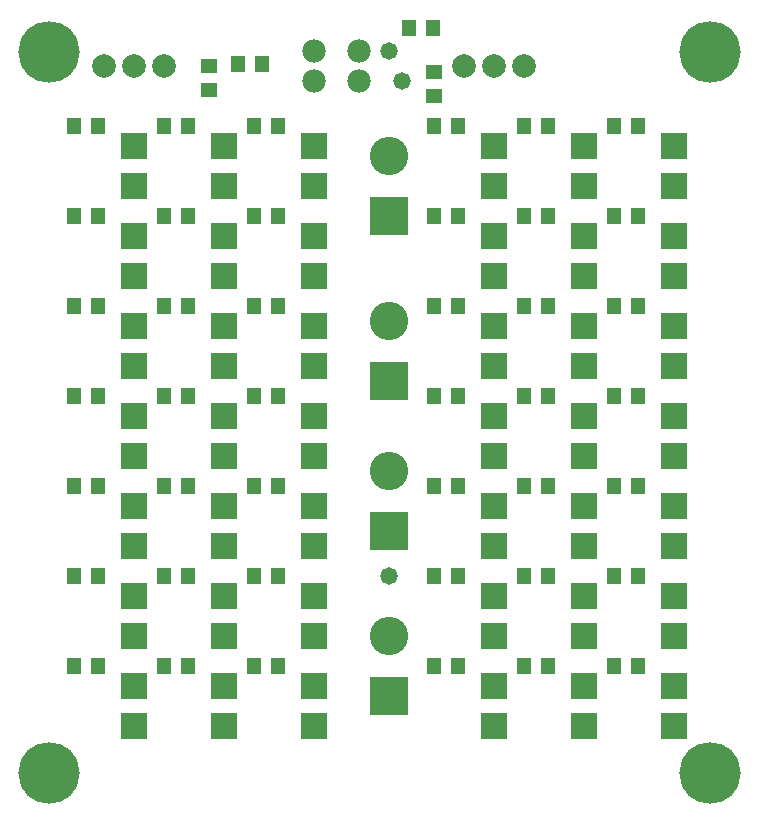
<source format=gts>
%FSLAX43Y43*%
%MOMM*%
G71*
G01*
G75*
G04 Layer_Color=8388736*
%ADD10R,1.016X1.270*%
%ADD11R,1.270X1.016*%
%ADD12R,2.032X2.032*%
%ADD13C,0.800*%
%ADD14C,0.254*%
%ADD15C,5.000*%
%ADD16C,1.778*%
%ADD17C,3.048*%
%ADD18R,3.048X3.048*%
%ADD19C,1.800*%
%ADD20C,1.270*%
%ADD21R,2.032X2.032*%
%ADD22C,0.051*%
%ADD23C,0.203*%
%ADD24C,0.305*%
%ADD25R,1.219X1.473*%
%ADD26R,1.473X1.219*%
%ADD27R,2.235X2.235*%
%ADD28C,5.203*%
%ADD29C,1.981*%
%ADD30C,3.251*%
%ADD31R,3.251X3.251*%
%ADD32C,2.003*%
%ADD33C,1.473*%
G54D25*
X87552Y87040D02*
D03*
X85520D02*
D03*
X71000Y84000D02*
D03*
X73032D02*
D03*
X66802Y33020D02*
D03*
X64770D02*
D03*
X89662D02*
D03*
X87630D02*
D03*
X97282D02*
D03*
X95250D02*
D03*
X104902D02*
D03*
X102870D02*
D03*
X66802Y40640D02*
D03*
X64770D02*
D03*
X74422D02*
D03*
X72390D02*
D03*
X89662D02*
D03*
X87630D02*
D03*
X97282D02*
D03*
X95250D02*
D03*
X104902D02*
D03*
X102870D02*
D03*
X89662Y48260D02*
D03*
X87630D02*
D03*
X97282D02*
D03*
X95250D02*
D03*
X104902D02*
D03*
X102870D02*
D03*
X66802Y55880D02*
D03*
X64770D02*
D03*
X74422D02*
D03*
X72390D02*
D03*
X89662D02*
D03*
X87630D02*
D03*
X97282D02*
D03*
X95250D02*
D03*
X104902D02*
D03*
X102870D02*
D03*
X74422Y63500D02*
D03*
X72390D02*
D03*
X89662D02*
D03*
X87630D02*
D03*
X97282D02*
D03*
X95250D02*
D03*
X104902D02*
D03*
X102870D02*
D03*
X74422Y71120D02*
D03*
X72390D02*
D03*
X89662D02*
D03*
X87630D02*
D03*
X97282D02*
D03*
X95250D02*
D03*
X104902D02*
D03*
X102870D02*
D03*
X74422Y78740D02*
D03*
X72390D02*
D03*
X89662D02*
D03*
X87630D02*
D03*
X97282D02*
D03*
X95250D02*
D03*
X59182Y71120D02*
D03*
X57150D02*
D03*
X59182Y78740D02*
D03*
X57150D02*
D03*
X59182Y63500D02*
D03*
X57150D02*
D03*
X59182Y48260D02*
D03*
X57150D02*
D03*
X59182Y40640D02*
D03*
X57150D02*
D03*
X59182Y55880D02*
D03*
X57150D02*
D03*
X59182Y33020D02*
D03*
X57150D02*
D03*
X66802Y78740D02*
D03*
X64770D02*
D03*
X66802Y71120D02*
D03*
X64770D02*
D03*
X66802Y63500D02*
D03*
X64770D02*
D03*
X66802Y48260D02*
D03*
X64770D02*
D03*
X74422D02*
D03*
X72390D02*
D03*
X74422Y33020D02*
D03*
X72390D02*
D03*
X104902Y78740D02*
D03*
X102870D02*
D03*
G54D26*
X68580Y83820D02*
D03*
Y81788D02*
D03*
X87630Y83312D02*
D03*
Y81280D02*
D03*
G54D27*
X107950Y58420D02*
D03*
Y61849D02*
D03*
X62230Y58420D02*
D03*
Y61849D02*
D03*
Y66040D02*
D03*
Y69469D02*
D03*
Y73660D02*
D03*
Y77089D02*
D03*
Y50800D02*
D03*
Y54229D02*
D03*
Y27940D02*
D03*
Y31369D02*
D03*
Y35560D02*
D03*
Y38989D02*
D03*
Y43180D02*
D03*
Y46609D02*
D03*
X69850Y73660D02*
D03*
Y77089D02*
D03*
Y66040D02*
D03*
Y69469D02*
D03*
Y58420D02*
D03*
Y61849D02*
D03*
Y50800D02*
D03*
Y54229D02*
D03*
Y27940D02*
D03*
Y31369D02*
D03*
Y35560D02*
D03*
Y38989D02*
D03*
Y43180D02*
D03*
Y46609D02*
D03*
X77470Y73660D02*
D03*
Y77089D02*
D03*
Y66040D02*
D03*
Y69469D02*
D03*
Y58420D02*
D03*
Y61849D02*
D03*
Y50800D02*
D03*
Y54229D02*
D03*
Y35560D02*
D03*
Y38989D02*
D03*
Y43180D02*
D03*
Y46609D02*
D03*
Y27940D02*
D03*
Y31369D02*
D03*
X92710Y73660D02*
D03*
Y77089D02*
D03*
Y58420D02*
D03*
Y61849D02*
D03*
Y50800D02*
D03*
Y54229D02*
D03*
X107950Y66040D02*
D03*
Y69469D02*
D03*
X100330Y58420D02*
D03*
Y61849D02*
D03*
X107950Y50800D02*
D03*
Y54229D02*
D03*
Y27940D02*
D03*
Y31369D02*
D03*
X92710Y27940D02*
D03*
Y31369D02*
D03*
Y43180D02*
D03*
Y46609D02*
D03*
Y35560D02*
D03*
Y38989D02*
D03*
Y66040D02*
D03*
Y69469D02*
D03*
X100330Y73660D02*
D03*
Y77089D02*
D03*
Y66040D02*
D03*
Y69469D02*
D03*
Y50800D02*
D03*
Y54229D02*
D03*
Y43180D02*
D03*
Y46609D02*
D03*
Y35560D02*
D03*
Y38989D02*
D03*
Y27940D02*
D03*
Y31369D02*
D03*
X107950Y73660D02*
D03*
Y77089D02*
D03*
Y43180D02*
D03*
Y46609D02*
D03*
Y35560D02*
D03*
Y38989D02*
D03*
G54D28*
X55000Y24000D02*
D03*
X111000D02*
D03*
Y85000D02*
D03*
X55000D02*
D03*
G54D29*
X77470Y82550D02*
D03*
Y85090D02*
D03*
X81280Y82550D02*
D03*
Y85090D02*
D03*
G54D30*
X83820Y49530D02*
D03*
Y35560D02*
D03*
Y62230D02*
D03*
Y76200D02*
D03*
G54D31*
Y44450D02*
D03*
Y30480D02*
D03*
Y57150D02*
D03*
Y71120D02*
D03*
G54D32*
X64790Y83820D02*
D03*
X62230D02*
D03*
X59670D02*
D03*
X95270D02*
D03*
X92710D02*
D03*
X90150D02*
D03*
G54D33*
X83820Y40640D02*
D03*
X84941Y82550D02*
D03*
X83820Y85090D02*
D03*
M02*

</source>
